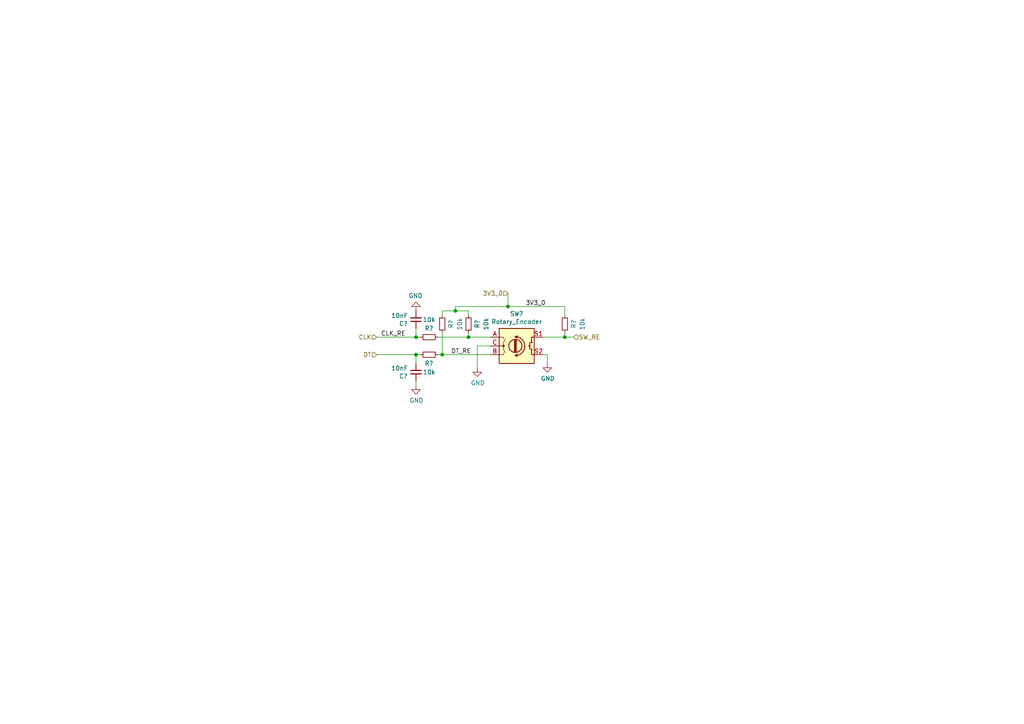
<source format=kicad_sch>
(kicad_sch (version 20211123) (generator eeschema)
  (paper "A4")
  (title_block (date "2022-12-27") (rev "0.1") (company "ncAudio"))
  (lib_symbols
    (symbol "Device:C_Small" (pin_numbers hide) (pin_names (offset 0.254) hide)
      (property "Reference" "C" (at 0.254 1.778 0))
      (property "Value" "C_Small" (at 0.254 -2.032 0))
      (symbol "C_Small_0_1"
        (polyline (pts (xy -1.524 -0.508) (xy 1.524 -0.508)) (stroke (width 0.3302)))
        (polyline (pts (xy -1.524 0.508) (xy 1.524 0.508)) (stroke (width 0.3048)))
      )
      (symbol "C_Small_1_1"
        (pin passive line (at 0 2.54 270) (length 2.032) (name "~") (number "1"))
        (pin passive line (at 0 -2.54 90) (length 2.032) (name "~") (number "2"))
      )
    )
    (symbol "Device:R_Small" (pin_numbers hide) (pin_names (offset 0.254) hide)
      (property "Reference" "R" (at 0.762 0.508 0))
      (property "Value" "R_Small" (at 0.762 -1.016 0))
      (symbol "R_Small_0_1"
        (rectangle (start -0.762 1.778) (end 0.762 -1.778) (stroke (width 0.2032)))
      )
      (symbol "R_Small_1_1"
        (pin passive line (at 0 2.54 270) (length 0.762) (name "~") (number "1"))
        (pin passive line (at 0 -2.54 90) (length 0.762) (name "~") (number "2"))
      )
    )
    (symbol "Device:Rotary_Encoder_Switch" (pin_names (offset 0.254) hide)
      (property "Reference" "SW" (at 0 6.604 0))
      (property "Value" "Device_Rotary_Encoder_Switch" (at 0 -6.604 0))
      (symbol "Rotary_Encoder_Switch_0_1"
        (rectangle (start -5.08 5.08) (end 5.08 -5.08) (stroke (width 0.254)) (fill (type background)))
        (circle (center -3.81 0) (radius 0.254) (fill (type outline)))
        (arc (start -0.381 -2.794) (mid 2.3622 -0.0635) (end -0.381 2.667) (stroke (width 0.254)))
        (circle (center -0.381 0) (radius 1.905) (stroke (width 0.254)))
        (polyline (pts (xy -0.635 -1.778) (xy -0.635 1.778)) (stroke (width 0.254)))
        (polyline (pts (xy -0.381 -1.778) (xy -0.381 1.778)) (stroke (width 0.254)))
        (polyline (pts (xy -0.127 1.778) (xy -0.127 -1.778)) (stroke (width 0.254)))
        (polyline (pts (xy 3.81 0) (xy 3.429 0)) (stroke (width 0.254)))
        (polyline (pts (xy 3.81 1.016) (xy 3.81 -1.016)) (stroke (width 0.254)))
        (polyline (pts (xy -5.08 -2.54) (xy -3.81 -2.54) (xy -3.81 -2.032)))
        (polyline (pts (xy -5.08 2.54) (xy -3.81 2.54) (xy -3.81 2.032)))
        (polyline (pts (xy 0.254 -3.048) (xy -0.508 -2.794) (xy 0.127 -2.413)) (stroke (width 0.254)))
        (polyline (pts (xy 0.254 2.921) (xy -0.508 2.667) (xy 0.127 2.286)) (stroke (width 0.254)))
        (polyline (pts (xy 5.08 -2.54) (xy 4.318 -2.54) (xy 4.318 -1.016)) (stroke (width 0.254)))
        (polyline (pts (xy 5.08 2.54) (xy 4.318 2.54) (xy 4.318 1.016)) (stroke (width 0.254)))
        (polyline (pts (xy -5.08 0) (xy -3.81 0) (xy -3.81 -1.016) (xy -3.302 -2.032)))
        (polyline (pts (xy -4.318 0) (xy -3.81 0) (xy -3.81 1.016) (xy -3.302 2.032)))
        (circle (center 4.318 -1.016) (radius 0.127) (stroke (width 0.254)))
        (circle (center 4.318 1.016) (radius 0.127) (stroke (width 0.254)))
      )
      (symbol "Rotary_Encoder_Switch_1_1"
        (pin passive line (at -7.62 2.54 0) (length 2.54) (name "A") (number "A"))
        (pin passive line (at -7.62 -2.54 0) (length 2.54) (name "B") (number "B"))
        (pin passive line (at -7.62 0 0) (length 2.54) (name "C") (number "C"))
        (pin passive line (at 7.62 2.54 180) (length 2.54) (name "S1") (number "S1"))
        (pin passive line (at 7.62 -2.54 180) (length 2.54) (name "S2") (number "S2"))
      )
    )
    (symbol "power:GND" (power) (pin_names (offset 0))
      (property "Value" "GND" (at 0 -3.81 0))
      (symbol "GND_0_1"
        (polyline (pts (xy 0 0) (xy 0 -1.27) (xy 1.27 -1.27) (xy 0 -2.54) (xy -1.27 -1.27) (xy 0 -1.27)))
      )
      (symbol "GND_1_1"
        (pin power_in line (at 0 0 270) (length 0) hide (name "GND") (number "1"))
      )
    )
  )
  (junction (at 120.65 97.79))
  (junction (at 120.65 102.87))
  (junction (at 128.27 102.87))
  (junction (at 163.83 97.79))
  (junction (at 147.32 88.9))
  (junction (at 135.89 97.79))
  (junction (at 132.08 90.17))
  (wire (pts (xy 142.24 97.79) (xy 135.89 97.79)))
  (wire (pts (xy 158.75 102.87) (xy 157.48 102.87)))
  (wire (pts (xy 157.48 97.79) (xy 163.83 97.79)))
  (wire (pts (xy 109.22 102.87) (xy 120.65 102.87)))
  (wire (pts (xy 132.08 90.17) (xy 135.89 90.17)))
  (wire (pts (xy 132.08 88.9) (xy 147.32 88.9)))
  (wire (pts (xy 120.65 102.87) (xy 121.92 102.87)))
  (wire (pts (xy 147.32 88.9) (xy 163.83 88.9)))
  (wire (pts (xy 138.43 100.33) (xy 142.24 100.33)))
  (wire (pts (xy 127 97.79) (xy 135.89 97.79)))
  (wire (pts (xy 127 102.87) (xy 128.27 102.87)))
  (wire (pts (xy 138.43 106.68) (xy 138.43 100.33)))
  (wire (pts (xy 163.83 97.79) (xy 166.37 97.79)))
  (wire (pts (xy 128.27 96.52) (xy 128.27 102.87)))
  (wire (pts (xy 158.75 105.41) (xy 158.75 102.87)))
  (wire (pts (xy 120.65 95.25) (xy 120.65 97.79)))
  (wire (pts (xy 147.32 85.09) (xy 147.32 88.9)))
  (wire (pts (xy 135.89 97.79) (xy 135.89 96.52)))
  (wire (pts (xy 132.08 90.17) (xy 132.08 88.9)))
  (wire (pts (xy 135.89 90.17) (xy 135.89 91.44)))
  (wire (pts (xy 120.65 111.76) (xy 120.65 110.49)))
  (wire (pts (xy 128.27 91.44) (xy 128.27 90.17)))
  (wire (pts (xy 163.83 96.52) (xy 163.83 97.79)))
  (wire (pts (xy 109.22 97.79) (xy 120.65 97.79)))
  (wire (pts (xy 128.27 102.87) (xy 142.24 102.87)))
  (wire (pts (xy 120.65 102.87) (xy 120.65 105.41)))
  (wire (pts (xy 120.65 97.79) (xy 121.92 97.79)))
  (wire (pts (xy 163.83 88.9) (xy 163.83 91.44)))
  (wire (pts (xy 128.27 90.17) (xy 132.08 90.17)))
  (label "DT_RE" (at 130.81 102.87 0))
  (label "3V3_0" (at 152.3956 88.9 0))
  (label "CLK_RE" (at 110.49 97.79 0))
  (hierarchical_label "SW_RE" (shape input) (at 166.37 97.79 0))
  (hierarchical_label "3V3_0" (shape input) (at 147.32 85.09 180))
  (hierarchical_label "CLK" (shape input) (at 109.22 97.79 180))
  (hierarchical_label "DT" (shape input) (at 109.22 102.87 180))
  (symbol (lib_id "Device:R_Small") (at 124.46 102.87 270) (unit 1)
    (property "Reference" "R?" (at 124.46 105.41 90))
    (property "Value" "10k" (at 124.46 107.95 90))
    (property "Footprint" "Resistor_SMD:R_0805_2012Metric_Pad1.20x1.40mm_HandSolder" (effects hide))
  )
  (symbol (lib_id "Device:Rotary_Encoder_Switch") (at 149.86 100.33 0) (unit 1)
    (property "Reference" "SW?" (at 149.86 91.0082 0))
    (property "Value" "Rotary_Encoder" (at 149.86 93.3196 0))
    (property "Footprint" "Rotary_Encoder:RotaryEncoder_Alps_EC12E-Switch_Vertical_H20mm" (effects hide))
  )
  (symbol (lib_id "power:GND") (at 120.65 90.17 180) (unit 1)
    (property "Reference" "#PWR?" (effects hide))
    (property "Value" "GND" (at 120.523 85.7758 0))
  )
  (symbol (lib_id "Device:R_Small") (at 124.46 97.79 90) (unit 1)
    (property "Reference" "R?" (at 124.46 95.25 90))
    (property "Value" "10k" (at 124.46 92.71 90))
    (property "Footprint" "Resistor_SMD:R_0805_2012Metric_Pad1.20x1.40mm_HandSolder" (effects hide))
  )
  (symbol (lib_id "Device:C_Small") (at 120.65 107.95 180) (unit 1)
    (property "Reference" "C?" (at 118.3132 109.1184 0) (effects (justify left)))
    (property "Value" "10nF" (at 118.3132 106.807 0) (effects (justify left)))
    (property "Footprint" "Capacitor_SMD:C_0805_2012Metric_Pad1.15x1.40mm_HandSolder" (effects hide))
  )
  (symbol (lib_id "Device:R_Small") (at 135.89 93.98 0) (unit 1)
    (property "Reference" "R?" (at 138.43 93.98 90))
    (property "Value" "10k" (at 140.97 93.98 90))
    (property "Footprint" "Resistor_SMD:R_0805_2012Metric_Pad1.20x1.40mm_HandSolder" (effects hide))
  )
  (symbol (lib_id "power:GND") (at 120.65 111.76 0) (unit 1)
    (property "Reference" "#PWR?" (effects hide))
    (property "Value" "GND" (at 120.777 116.1542 0))
  )
  (symbol (lib_id "power:GND") (at 158.75 105.41 0) (unit 1)
    (property "Reference" "#PWR?" (effects hide))
    (property "Value" "GND" (at 158.877 109.8042 0))
  )
  (symbol (lib_id "power:GND") (at 138.43 106.68 0) (unit 1)
    (property "Reference" "#PWR?" (effects hide))
    (property "Value" "GND" (at 138.557 111.0742 0))
  )
  (symbol (lib_id "Device:C_Small") (at 120.65 92.71 180) (unit 1)
    (property "Reference" "C?" (at 118.3132 93.8784 0) (effects (justify left)))
    (property "Value" "10nF" (at 118.3132 91.567 0) (effects (justify left)))
    (property "Footprint" "Capacitor_SMD:C_0805_2012Metric_Pad1.15x1.40mm_HandSolder" (effects hide))
  )
  (symbol (lib_id "Device:R_Small") (at 128.27 93.98 0) (unit 1)
    (property "Reference" "R?" (at 130.81 93.98 90))
    (property "Value" "10k" (at 133.35 93.98 90))
    (property "Footprint" "Resistor_SMD:R_0805_2012Metric_Pad1.20x1.40mm_HandSolder" (effects hide))
  )
  (symbol (lib_id "Device:R_Small") (at 163.83 93.98 0) (unit 1)
    (property "Reference" "R?" (at 166.37 93.98 90))
    (property "Value" "10k" (at 168.91 93.98 90))
    (property "Footprint" "Resistor_SMD:R_0805_2012Metric_Pad1.20x1.40mm_HandSolder" (effects hide))
  )
)
</source>
